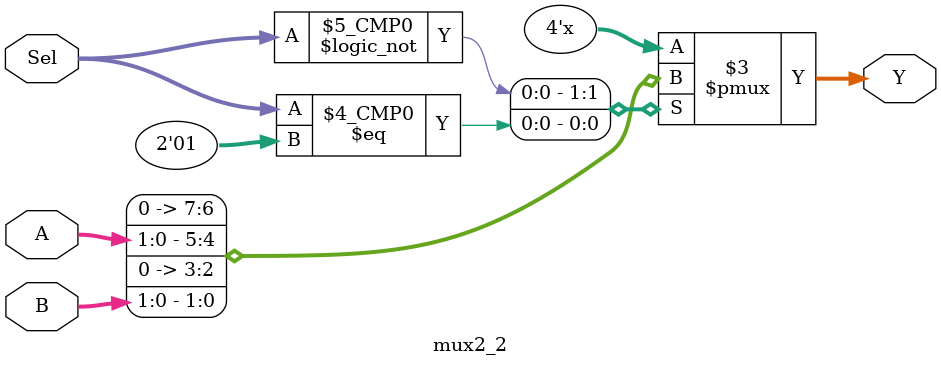
<source format=v>
module mux2_2(A, B, Sel, Y);

input [1:0] A;
input [1:0] B;
input [1:0] Sel;
output [3:0] Y;

reg [3:0] Y;

always @ (Sel)
begin
case (Sel)

0: Y = A;
1: Y = B;

endcase
end
endmodule

</source>
